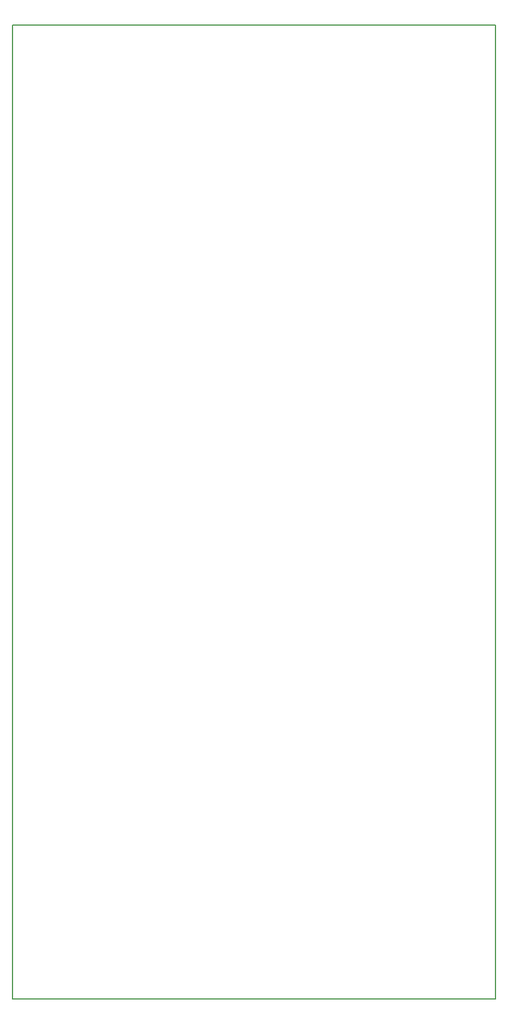
<source format=gm1>
G04 This is an RS-274x file exported by *
G04 gerbv version 2.6.1 *
G04 More information is available about gerbv at *
G04 http://gerbv.geda-project.org/ *
G04 --End of header info--*
%MOIN*%
%FSLAX34Y34*%
%IPPOS*%
%MIA1B0*%
G04 --Define apertures--*
%ADD10C,0.0080*%
%ADD11C,0.0080*%
G04 --Start main section--*
G54D11*
G01X0000040Y0057030D02*
G01X0028330Y0057030D01*
G01X0028330Y0057030D02*
G01X0028330Y0000040D01*
G01X0028330Y0000040D02*
G01X0000040Y0000040D01*
G01X0000040Y0000040D02*
G01X0000040Y0057030D01*
M02*

</source>
